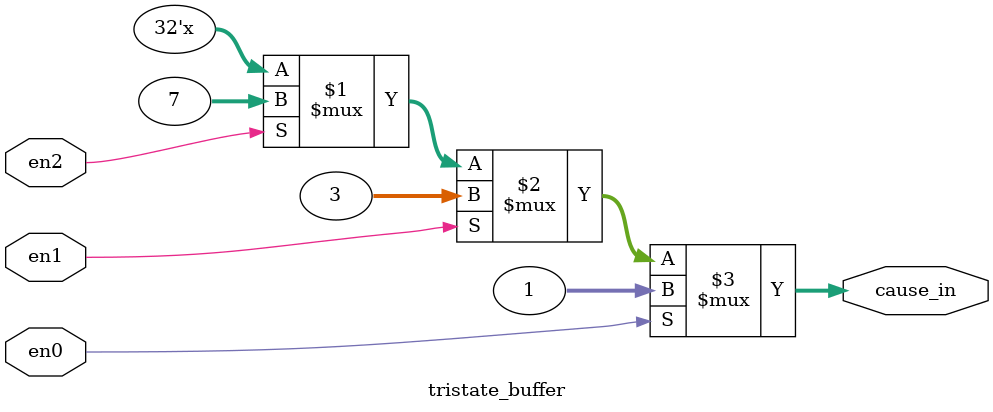
<source format=v>
module cp0(
	input [31:0] inst,
	input [31:0] pc_in,
	input [31:0] d_in,
	input expsrc0, expsrc1, expsrc2,
	input clk, enable, reset,
	output exregwrite, iseret, hasexp, expblock,
	output [31:0] pc_out,
	output reg [31:0] d_out
);

	wire [1:0] sel;
	wire [2:0] blocksrc;
	wire out_q1, out_q2;

	// Signal Decoding
	assign exregwrite = ~inst[23];
	assign sel = inst[12:11];
	assign iseret = ~inst[5] & inst[4] & inst[3] & ~inst[2] & ~inst[1] & ~inst[0];


	// Exception Signals
	wire [2:0] expsrc;
	wire expclick;
	assign expsrc[0] = (blocksrc[0]) ? 0 : expsrc0;
	assign expsrc[1] = (blocksrc[1]) ? 0 : expsrc1;
	assign expsrc[2] = (blocksrc[2]) ? 0 : expsrc2;
	assign expclick = |expsrc & ~expblock;

	assign hasexp = clk & out_q1;
	
	counter_bit cnt1 (
		.clk(expclick),
		.clr(out_q2),
		.q(out_q1)
	);

	counter_bit cnt2 (
		.clk(hasexp),
		.clr(~out_q1),
		.q(out_q2)
	);


	// Registers
	wire dmx_epc, dmx_status, dmx_block;
	wire jud_epc, jud_status, jud_block;
	wire enable_exregwrite;
	wire [31:0] epc_in;
	wire [31:0] epc_out;
	wire [31:0] status_out;
	wire [31:0] block_out;
	wire [31:0] cause_in;
	wire [31:0] cause_out;

	assign enable_exregwrite = enable & ~exregwrite;
	
	demux_1to4 u_demux(
		.data(1'b1),
		.sel(sel),
		.y0(dmx_epc),
		.y1(dmx_status),
		.y2(dmx_block)
	);
	
	assign jud_epc = hasexp | (enable_exregwrite & dmx_epc);
	assign jud_status = enable_exregwrite & dmx_status;
	assign jud_block = enable_exregwrite & dmx_block;

	assign epc_input = (~hasexp) ? d_in : pc_in;
	
	cp0_reg epc (
		.data(epc_in),
		.enable(jud_epc),
		.clk(clk),
		.clr(reset),
		.outdata(epc_out)
	);

	cp0_reg status (
		.data(d_in),
		.enable(jud_status),
		.clk(clk),
		.clr(reset),
		.outdata(status_out)
	);
	assign expblock = status_out[0];

	cp0_reg block (
		.data(d_in),
		.enable(jud_block),
		.clk(clk),
		.clr(reset),
		.outdata(block_out)
	);
	assign blocksrc[0] = block_out[0];
	assign blocksrc[1] = block_out[1];
	assign blocksrc[2] = block_out[2];

	tristate_buffer u_tri (expsrc0, expsrc1, expsrc2, cause_in);
	cp0_reg cause (
		.data(cause_in),
		.clk(expclick),
		.outdata(cause_out)
	);
	
	assign pc_out = epc_out;
	always@(*) begin
	case (sel)
		2'b00 : d_out = epc_out;
		2'b01 : d_out = status_out;
		2'b10 : d_out = block_out;
		2'b00 : d_out = cause_out;
		default : d_out = 32'b0;
	endcase
	end

endmodule

module counter_bit (
    	input wire clk,
    	input wire clr,
    	output reg q
);

    	always @(posedge clk or posedge clr) begin
        	if (clr)
			q <= 1'b0;
        	else 
			q <= 1'b1;
        end

endmodule

module cp0_reg(
	input [31:0] data,
	input enable, clk, clr,
	output reg [31:0] outdata
);

	always@(posedge clk or posedge clr) begin
		if(clr) 
			outdata <= 32'd0;
		else if (enable) 
			outdata <= data;
	end

endmodule

module demux_1to4 (
    	input data,
    	input [1:0] sel,

    	output y0, y1, y2, y3
);

    	assign y0 = (sel == 2'b00) ? data : 1'b0;
    	assign y1 = (sel == 2'b01) ? data : 1'b0;
    	assign y2 = (sel == 2'b10) ? data : 1'b0;
    	assign y3 = (sel == 2'b11) ? data : 1'b0;

endmodule

module tristate_buffer (
    input en0, en1, en2,
    output wire [31:0] cause_in
);

    assign cause_in = en0 ? 32'h00000001 :
                      en1 ? 32'h00000003 :
                      en2 ? 32'h00000007 :
                      32'bz;

endmodule

</source>
